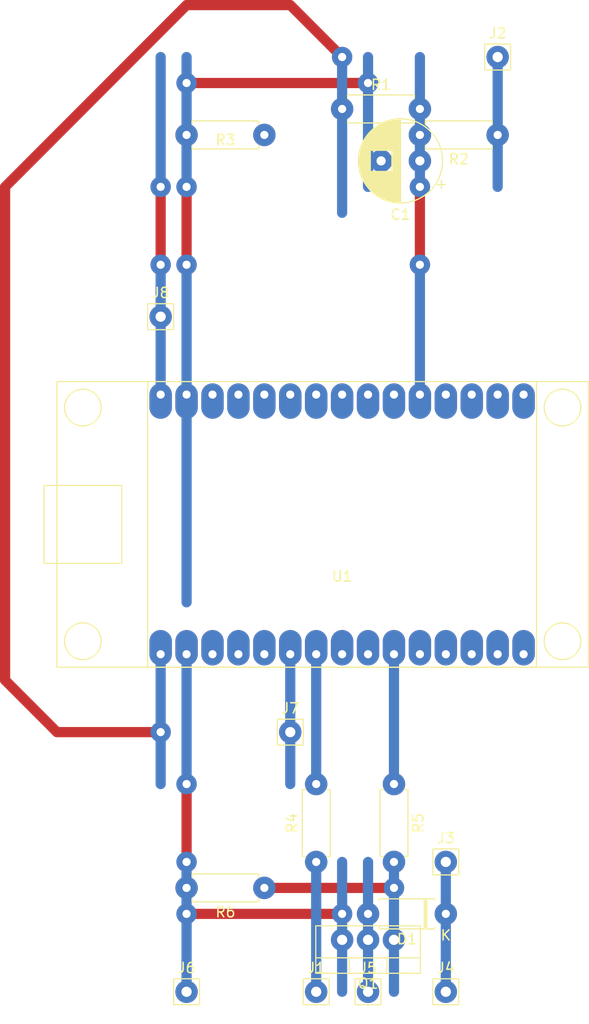
<source format=kicad_pcb>
(kicad_pcb (version 20171130) (host pcbnew "(5.1.6)-1")

  (general
    (thickness 1.6)
    (drawings 0)
    (tracks 66)
    (zones 0)
    (modules 18)
    (nets 35)
  )

  (page A4)
  (layers
    (0 F.Cu signal)
    (31 B.Cu signal)
    (32 B.Adhes user)
    (33 F.Adhes user)
    (34 B.Paste user)
    (35 F.Paste user)
    (36 B.SilkS user)
    (37 F.SilkS user)
    (38 B.Mask user)
    (39 F.Mask user)
    (40 Dwgs.User user)
    (41 Cmts.User user)
    (42 Eco1.User user)
    (43 Eco2.User user)
    (44 Edge.Cuts user)
    (45 Margin user)
    (46 B.CrtYd user)
    (47 F.CrtYd user)
    (48 B.Fab user)
    (49 F.Fab user)
  )

  (setup
    (last_trace_width 1)
    (user_trace_width 1)
    (user_trace_width 1.5)
    (user_trace_width 1.8)
    (user_trace_width 2)
    (user_trace_width 2.2)
    (user_trace_width 3)
    (trace_clearance 0.2)
    (zone_clearance 0.508)
    (zone_45_only no)
    (trace_min 0.2)
    (via_size 0.8)
    (via_drill 0.4)
    (via_min_size 0.4)
    (via_min_drill 0.3)
    (user_via 2 0.8)
    (uvia_size 0.3)
    (uvia_drill 0.1)
    (uvias_allowed no)
    (uvia_min_size 0.2)
    (uvia_min_drill 0.1)
    (edge_width 0.05)
    (segment_width 0.2)
    (pcb_text_width 0.3)
    (pcb_text_size 1.5 1.5)
    (mod_edge_width 0.12)
    (mod_text_size 1 1)
    (mod_text_width 0.15)
    (pad_size 1.524 1.524)
    (pad_drill 0.762)
    (pad_to_mask_clearance 0.05)
    (aux_axis_origin 0 0)
    (visible_elements FFFFFF7F)
    (pcbplotparams
      (layerselection 0x010fc_ffffffff)
      (usegerberextensions false)
      (usegerberattributes true)
      (usegerberadvancedattributes true)
      (creategerberjobfile true)
      (excludeedgelayer true)
      (linewidth 0.100000)
      (plotframeref false)
      (viasonmask false)
      (mode 1)
      (useauxorigin false)
      (hpglpennumber 1)
      (hpglpenspeed 20)
      (hpglpendiameter 15.000000)
      (psnegative false)
      (psa4output false)
      (plotreference true)
      (plotvalue true)
      (plotinvisibletext false)
      (padsonsilk false)
      (subtractmaskfromsilk false)
      (outputformat 1)
      (mirror false)
      (drillshape 1)
      (scaleselection 1)
      (outputdirectory ""))
  )

  (net 0 "")
  (net 1 SENSOR_LOW)
  (net 2 GND)
  (net 3 PUMP+)
  (net 4 PUMP-)
  (net 5 DRIVE_ROD)
  (net 6 ROD_LOW)
  (net 7 WS2812B)
  (net 8 +5V)
  (net 9 "Net-(Q1-Pad1)")
  (net 10 +3V3)
  (net 11 S_DRIVE)
  (net 12 PUMP)
  (net 13 "Net-(U1-Pad3)")
  (net 14 "Net-(U1-Pad4)")
  (net 15 "Net-(U1-Pad5)")
  (net 16 "Net-(U1-Pad6)")
  (net 17 "Net-(U1-Pad7)")
  (net 18 "Net-(U1-Pad8)")
  (net 19 SENSOR_HIGH)
  (net 20 "Net-(U1-Pad10)")
  (net 21 "Net-(U1-Pad12)")
  (net 22 "Net-(U1-Pad13)")
  (net 23 "Net-(U1-Pad14)")
  (net 24 "Net-(U1-Pad15)")
  (net 25 "Net-(U1-Pad16)")
  (net 26 "Net-(U1-Pad17)")
  (net 27 "Net-(U1-Pad18)")
  (net 28 "Net-(U1-Pad19)")
  (net 29 "Net-(U1-Pad20)")
  (net 30 "Net-(U1-Pad22)")
  (net 31 "Net-(U1-Pad23)")
  (net 32 "Net-(U1-Pad26)")
  (net 33 "Net-(U1-Pad27)")
  (net 34 "Net-(U1-Pad28)")

  (net_class Default "This is the default net class."
    (clearance 0.2)
    (trace_width 0.25)
    (via_dia 0.8)
    (via_drill 0.4)
    (uvia_dia 0.3)
    (uvia_drill 0.1)
    (add_net +3V3)
    (add_net +5V)
    (add_net DRIVE_ROD)
    (add_net GND)
    (add_net "Net-(Q1-Pad1)")
    (add_net "Net-(U1-Pad10)")
    (add_net "Net-(U1-Pad12)")
    (add_net "Net-(U1-Pad13)")
    (add_net "Net-(U1-Pad14)")
    (add_net "Net-(U1-Pad15)")
    (add_net "Net-(U1-Pad16)")
    (add_net "Net-(U1-Pad17)")
    (add_net "Net-(U1-Pad18)")
    (add_net "Net-(U1-Pad19)")
    (add_net "Net-(U1-Pad20)")
    (add_net "Net-(U1-Pad22)")
    (add_net "Net-(U1-Pad23)")
    (add_net "Net-(U1-Pad26)")
    (add_net "Net-(U1-Pad27)")
    (add_net "Net-(U1-Pad28)")
    (add_net "Net-(U1-Pad3)")
    (add_net "Net-(U1-Pad4)")
    (add_net "Net-(U1-Pad5)")
    (add_net "Net-(U1-Pad6)")
    (add_net "Net-(U1-Pad7)")
    (add_net "Net-(U1-Pad8)")
    (add_net PUMP)
    (add_net PUMP+)
    (add_net PUMP-)
    (add_net ROD_LOW)
    (add_net SENSOR_HIGH)
    (add_net SENSOR_LOW)
    (add_net S_DRIVE)
    (add_net WS2812B)
  )

  (module 0_my_footprints:CP_my100uf (layer F.Cu) (tedit 63C2E1F1) (tstamp 6934166C)
    (at 88.9 20.32 180)
    (descr "CP, Radial series, Radial, pin pitch=3.80mm, , diameter=8mm, Electrolytic Capacitor")
    (tags "CP Radial series Radial pin pitch 3.80mm  diameter 8mm Electrolytic Capacitor")
    (path /694827BA)
    (fp_text reference C1 (at 1.9 -5.25) (layer F.SilkS)
      (effects (font (size 1 1) (thickness 0.15)))
    )
    (fp_text value 1uf (at 1.9 5.25) (layer F.Fab)
      (effects (font (size 1 1) (thickness 0.15)))
    )
    (fp_circle (center 1.9 0) (end 5.9 0) (layer F.Fab) (width 0.1))
    (fp_circle (center 1.9 0) (end 6.02 0) (layer F.SilkS) (width 0.12))
    (fp_circle (center 1.9 0) (end 6.15 0) (layer F.CrtYd) (width 0.05))
    (fp_line (start -1.526759 -1.7475) (end -0.726759 -1.7475) (layer F.Fab) (width 0.1))
    (fp_line (start -1.126759 -2.1475) (end -1.126759 -1.3475) (layer F.Fab) (width 0.1))
    (fp_line (start 1.9 -4.08) (end 1.9 4.08) (layer F.SilkS) (width 0.12))
    (fp_line (start 1.94 -4.08) (end 1.94 4.08) (layer F.SilkS) (width 0.12))
    (fp_line (start 1.98 -4.08) (end 1.98 4.08) (layer F.SilkS) (width 0.12))
    (fp_line (start 2.02 -4.079) (end 2.02 4.079) (layer F.SilkS) (width 0.12))
    (fp_line (start 2.06 -4.077) (end 2.06 4.077) (layer F.SilkS) (width 0.12))
    (fp_line (start 2.1 -4.076) (end 2.1 4.076) (layer F.SilkS) (width 0.12))
    (fp_line (start 2.14 -4.074) (end 2.14 4.074) (layer F.SilkS) (width 0.12))
    (fp_line (start 2.18 -4.071) (end 2.18 4.071) (layer F.SilkS) (width 0.12))
    (fp_line (start 2.22 -4.068) (end 2.22 4.068) (layer F.SilkS) (width 0.12))
    (fp_line (start 2.26 -4.065) (end 2.26 4.065) (layer F.SilkS) (width 0.12))
    (fp_line (start 2.3 -4.061) (end 2.3 4.061) (layer F.SilkS) (width 0.12))
    (fp_line (start 2.34 -4.057) (end 2.34 4.057) (layer F.SilkS) (width 0.12))
    (fp_line (start 2.38 -4.052) (end 2.38 4.052) (layer F.SilkS) (width 0.12))
    (fp_line (start 2.42 -4.048) (end 2.42 4.048) (layer F.SilkS) (width 0.12))
    (fp_line (start 2.46 -4.042) (end 2.46 4.042) (layer F.SilkS) (width 0.12))
    (fp_line (start 2.5 -4.037) (end 2.5 4.037) (layer F.SilkS) (width 0.12))
    (fp_line (start 2.54 -4.03) (end 2.54 4.03) (layer F.SilkS) (width 0.12))
    (fp_line (start 2.58 -4.024) (end 2.58 4.024) (layer F.SilkS) (width 0.12))
    (fp_line (start 2.621 -4.017) (end 2.621 4.017) (layer F.SilkS) (width 0.12))
    (fp_line (start 2.661 -4.01) (end 2.661 4.01) (layer F.SilkS) (width 0.12))
    (fp_line (start 2.701 -4.002) (end 2.701 4.002) (layer F.SilkS) (width 0.12))
    (fp_line (start 2.741 -3.994) (end 2.741 3.994) (layer F.SilkS) (width 0.12))
    (fp_line (start 2.781 -3.985) (end 2.781 -1.04) (layer F.SilkS) (width 0.12))
    (fp_line (start 2.781 1.04) (end 2.781 3.985) (layer F.SilkS) (width 0.12))
    (fp_line (start 2.821 -3.976) (end 2.821 -1.04) (layer F.SilkS) (width 0.12))
    (fp_line (start 2.821 1.04) (end 2.821 3.976) (layer F.SilkS) (width 0.12))
    (fp_line (start 2.861 -3.967) (end 2.861 -1.04) (layer F.SilkS) (width 0.12))
    (fp_line (start 2.861 1.04) (end 2.861 3.967) (layer F.SilkS) (width 0.12))
    (fp_line (start 2.901 -3.957) (end 2.901 -1.04) (layer F.SilkS) (width 0.12))
    (fp_line (start 2.901 1.04) (end 2.901 3.957) (layer F.SilkS) (width 0.12))
    (fp_line (start 2.941 -3.947) (end 2.941 -1.04) (layer F.SilkS) (width 0.12))
    (fp_line (start 2.941 1.04) (end 2.941 3.947) (layer F.SilkS) (width 0.12))
    (fp_line (start 2.981 -3.936) (end 2.981 -1.04) (layer F.SilkS) (width 0.12))
    (fp_line (start 2.981 1.04) (end 2.981 3.936) (layer F.SilkS) (width 0.12))
    (fp_line (start 3.021 -3.925) (end 3.021 -1.04) (layer F.SilkS) (width 0.12))
    (fp_line (start 3.021 1.04) (end 3.021 3.925) (layer F.SilkS) (width 0.12))
    (fp_line (start 3.061 -3.914) (end 3.061 -1.04) (layer F.SilkS) (width 0.12))
    (fp_line (start 3.061 1.04) (end 3.061 3.914) (layer F.SilkS) (width 0.12))
    (fp_line (start 3.101 -3.902) (end 3.101 -1.04) (layer F.SilkS) (width 0.12))
    (fp_line (start 3.101 1.04) (end 3.101 3.902) (layer F.SilkS) (width 0.12))
    (fp_line (start 3.141 -3.889) (end 3.141 -1.04) (layer F.SilkS) (width 0.12))
    (fp_line (start 3.141 1.04) (end 3.141 3.889) (layer F.SilkS) (width 0.12))
    (fp_line (start 3.181 -3.877) (end 3.181 -1.04) (layer F.SilkS) (width 0.12))
    (fp_line (start 3.181 1.04) (end 3.181 3.877) (layer F.SilkS) (width 0.12))
    (fp_line (start 3.221 -3.863) (end 3.221 -1.04) (layer F.SilkS) (width 0.12))
    (fp_line (start 3.221 1.04) (end 3.221 3.863) (layer F.SilkS) (width 0.12))
    (fp_line (start 3.261 -3.85) (end 3.261 -1.04) (layer F.SilkS) (width 0.12))
    (fp_line (start 3.261 1.04) (end 3.261 3.85) (layer F.SilkS) (width 0.12))
    (fp_line (start 3.301 -3.835) (end 3.301 -1.04) (layer F.SilkS) (width 0.12))
    (fp_line (start 3.301 1.04) (end 3.301 3.835) (layer F.SilkS) (width 0.12))
    (fp_line (start 3.341 -3.821) (end 3.341 -1.04) (layer F.SilkS) (width 0.12))
    (fp_line (start 3.341 1.04) (end 3.341 3.821) (layer F.SilkS) (width 0.12))
    (fp_line (start 3.381 -3.805) (end 3.381 -1.04) (layer F.SilkS) (width 0.12))
    (fp_line (start 3.381 1.04) (end 3.381 3.805) (layer F.SilkS) (width 0.12))
    (fp_line (start 3.421 -3.79) (end 3.421 -1.04) (layer F.SilkS) (width 0.12))
    (fp_line (start 3.421 1.04) (end 3.421 3.79) (layer F.SilkS) (width 0.12))
    (fp_line (start 3.461 -3.774) (end 3.461 -1.04) (layer F.SilkS) (width 0.12))
    (fp_line (start 3.461 1.04) (end 3.461 3.774) (layer F.SilkS) (width 0.12))
    (fp_line (start 3.501 -3.757) (end 3.501 -1.04) (layer F.SilkS) (width 0.12))
    (fp_line (start 3.501 1.04) (end 3.501 3.757) (layer F.SilkS) (width 0.12))
    (fp_line (start 3.541 -3.74) (end 3.541 -1.04) (layer F.SilkS) (width 0.12))
    (fp_line (start 3.541 1.04) (end 3.541 3.74) (layer F.SilkS) (width 0.12))
    (fp_line (start 3.581 -3.722) (end 3.581 -1.04) (layer F.SilkS) (width 0.12))
    (fp_line (start 3.581 1.04) (end 3.581 3.722) (layer F.SilkS) (width 0.12))
    (fp_line (start 3.621 -3.704) (end 3.621 -1.04) (layer F.SilkS) (width 0.12))
    (fp_line (start 3.621 1.04) (end 3.621 3.704) (layer F.SilkS) (width 0.12))
    (fp_line (start 3.661 -3.686) (end 3.661 -1.04) (layer F.SilkS) (width 0.12))
    (fp_line (start 3.661 1.04) (end 3.661 3.686) (layer F.SilkS) (width 0.12))
    (fp_line (start 3.701 -3.666) (end 3.701 -1.04) (layer F.SilkS) (width 0.12))
    (fp_line (start 3.701 1.04) (end 3.701 3.666) (layer F.SilkS) (width 0.12))
    (fp_line (start 3.741 -3.647) (end 3.741 -1.04) (layer F.SilkS) (width 0.12))
    (fp_line (start 3.741 1.04) (end 3.741 3.647) (layer F.SilkS) (width 0.12))
    (fp_line (start 3.781 -3.627) (end 3.781 -1.04) (layer F.SilkS) (width 0.12))
    (fp_line (start 3.781 1.04) (end 3.781 3.627) (layer F.SilkS) (width 0.12))
    (fp_line (start 3.821 -3.606) (end 3.821 -1.04) (layer F.SilkS) (width 0.12))
    (fp_line (start 3.821 1.04) (end 3.821 3.606) (layer F.SilkS) (width 0.12))
    (fp_line (start 3.861 -3.584) (end 3.861 -1.04) (layer F.SilkS) (width 0.12))
    (fp_line (start 3.861 1.04) (end 3.861 3.584) (layer F.SilkS) (width 0.12))
    (fp_line (start 3.901 -3.562) (end 3.901 -1.04) (layer F.SilkS) (width 0.12))
    (fp_line (start 3.901 1.04) (end 3.901 3.562) (layer F.SilkS) (width 0.12))
    (fp_line (start 3.941 -3.54) (end 3.941 -1.04) (layer F.SilkS) (width 0.12))
    (fp_line (start 3.941 1.04) (end 3.941 3.54) (layer F.SilkS) (width 0.12))
    (fp_line (start 3.981 -3.517) (end 3.981 -1.04) (layer F.SilkS) (width 0.12))
    (fp_line (start 3.981 1.04) (end 3.981 3.517) (layer F.SilkS) (width 0.12))
    (fp_line (start 4.021 -3.493) (end 4.021 -1.04) (layer F.SilkS) (width 0.12))
    (fp_line (start 4.021 1.04) (end 4.021 3.493) (layer F.SilkS) (width 0.12))
    (fp_line (start 4.061 -3.469) (end 4.061 -1.04) (layer F.SilkS) (width 0.12))
    (fp_line (start 4.061 1.04) (end 4.061 3.469) (layer F.SilkS) (width 0.12))
    (fp_line (start 4.101 -3.444) (end 4.101 -1.04) (layer F.SilkS) (width 0.12))
    (fp_line (start 4.101 1.04) (end 4.101 3.444) (layer F.SilkS) (width 0.12))
    (fp_line (start 4.141 -3.418) (end 4.141 -1.04) (layer F.SilkS) (width 0.12))
    (fp_line (start 4.141 1.04) (end 4.141 3.418) (layer F.SilkS) (width 0.12))
    (fp_line (start 4.181 -3.392) (end 4.181 -1.04) (layer F.SilkS) (width 0.12))
    (fp_line (start 4.181 1.04) (end 4.181 3.392) (layer F.SilkS) (width 0.12))
    (fp_line (start 4.221 -3.365) (end 4.221 -1.04) (layer F.SilkS) (width 0.12))
    (fp_line (start 4.221 1.04) (end 4.221 3.365) (layer F.SilkS) (width 0.12))
    (fp_line (start 4.261 -3.338) (end 4.261 -1.04) (layer F.SilkS) (width 0.12))
    (fp_line (start 4.261 1.04) (end 4.261 3.338) (layer F.SilkS) (width 0.12))
    (fp_line (start 4.301 -3.309) (end 4.301 -1.04) (layer F.SilkS) (width 0.12))
    (fp_line (start 4.301 1.04) (end 4.301 3.309) (layer F.SilkS) (width 0.12))
    (fp_line (start 4.341 -3.28) (end 4.341 -1.04) (layer F.SilkS) (width 0.12))
    (fp_line (start 4.341 1.04) (end 4.341 3.28) (layer F.SilkS) (width 0.12))
    (fp_line (start 4.381 -3.25) (end 4.381 -1.04) (layer F.SilkS) (width 0.12))
    (fp_line (start 4.381 1.04) (end 4.381 3.25) (layer F.SilkS) (width 0.12))
    (fp_line (start 4.421 -3.22) (end 4.421 -1.04) (layer F.SilkS) (width 0.12))
    (fp_line (start 4.421 1.04) (end 4.421 3.22) (layer F.SilkS) (width 0.12))
    (fp_line (start 4.461 -3.189) (end 4.461 -1.04) (layer F.SilkS) (width 0.12))
    (fp_line (start 4.461 1.04) (end 4.461 3.189) (layer F.SilkS) (width 0.12))
    (fp_line (start 4.501 -3.156) (end 4.501 -1.04) (layer F.SilkS) (width 0.12))
    (fp_line (start 4.501 1.04) (end 4.501 3.156) (layer F.SilkS) (width 0.12))
    (fp_line (start 4.541 -3.124) (end 4.541 -1.04) (layer F.SilkS) (width 0.12))
    (fp_line (start 4.541 1.04) (end 4.541 3.124) (layer F.SilkS) (width 0.12))
    (fp_line (start 4.581 -3.09) (end 4.581 -1.04) (layer F.SilkS) (width 0.12))
    (fp_line (start 4.581 1.04) (end 4.581 3.09) (layer F.SilkS) (width 0.12))
    (fp_line (start 4.621 -3.055) (end 4.621 -1.04) (layer F.SilkS) (width 0.12))
    (fp_line (start 4.621 1.04) (end 4.621 3.055) (layer F.SilkS) (width 0.12))
    (fp_line (start 4.661 -3.019) (end 4.661 -1.04) (layer F.SilkS) (width 0.12))
    (fp_line (start 4.661 1.04) (end 4.661 3.019) (layer F.SilkS) (width 0.12))
    (fp_line (start 4.701 -2.983) (end 4.701 -1.04) (layer F.SilkS) (width 0.12))
    (fp_line (start 4.701 1.04) (end 4.701 2.983) (layer F.SilkS) (width 0.12))
    (fp_line (start 4.741 -2.945) (end 4.741 -1.04) (layer F.SilkS) (width 0.12))
    (fp_line (start 4.741 1.04) (end 4.741 2.945) (layer F.SilkS) (width 0.12))
    (fp_line (start 4.781 -2.907) (end 4.781 -1.04) (layer F.SilkS) (width 0.12))
    (fp_line (start 4.781 1.04) (end 4.781 2.907) (layer F.SilkS) (width 0.12))
    (fp_line (start 4.821 -2.867) (end 4.821 -1.04) (layer F.SilkS) (width 0.12))
    (fp_line (start 4.821 1.04) (end 4.821 2.867) (layer F.SilkS) (width 0.12))
    (fp_line (start 4.861 -2.826) (end 4.861 2.826) (layer F.SilkS) (width 0.12))
    (fp_line (start 4.901 -2.784) (end 4.901 2.784) (layer F.SilkS) (width 0.12))
    (fp_line (start 4.941 -2.741) (end 4.941 2.741) (layer F.SilkS) (width 0.12))
    (fp_line (start 4.981 -2.697) (end 4.981 2.697) (layer F.SilkS) (width 0.12))
    (fp_line (start 5.021 -2.651) (end 5.021 2.651) (layer F.SilkS) (width 0.12))
    (fp_line (start 5.061 -2.604) (end 5.061 2.604) (layer F.SilkS) (width 0.12))
    (fp_line (start 5.101 -2.556) (end 5.101 2.556) (layer F.SilkS) (width 0.12))
    (fp_line (start 5.141 -2.505) (end 5.141 2.505) (layer F.SilkS) (width 0.12))
    (fp_line (start 5.181 -2.454) (end 5.181 2.454) (layer F.SilkS) (width 0.12))
    (fp_line (start 5.221 -2.4) (end 5.221 2.4) (layer F.SilkS) (width 0.12))
    (fp_line (start 5.261 -2.345) (end 5.261 2.345) (layer F.SilkS) (width 0.12))
    (fp_line (start 5.301 -2.287) (end 5.301 2.287) (layer F.SilkS) (width 0.12))
    (fp_line (start 5.341 -2.228) (end 5.341 2.228) (layer F.SilkS) (width 0.12))
    (fp_line (start 5.381 -2.166) (end 5.381 2.166) (layer F.SilkS) (width 0.12))
    (fp_line (start 5.421 -2.102) (end 5.421 2.102) (layer F.SilkS) (width 0.12))
    (fp_line (start 5.461 -2.034) (end 5.461 2.034) (layer F.SilkS) (width 0.12))
    (fp_line (start 5.501 -1.964) (end 5.501 1.964) (layer F.SilkS) (width 0.12))
    (fp_line (start 5.541 -1.89) (end 5.541 1.89) (layer F.SilkS) (width 0.12))
    (fp_line (start 5.581 -1.813) (end 5.581 1.813) (layer F.SilkS) (width 0.12))
    (fp_line (start 5.621 -1.731) (end 5.621 1.731) (layer F.SilkS) (width 0.12))
    (fp_line (start 5.661 -1.645) (end 5.661 1.645) (layer F.SilkS) (width 0.12))
    (fp_line (start 5.701 -1.552) (end 5.701 1.552) (layer F.SilkS) (width 0.12))
    (fp_line (start 5.741 -1.453) (end 5.741 1.453) (layer F.SilkS) (width 0.12))
    (fp_line (start 5.781 -1.346) (end 5.781 1.346) (layer F.SilkS) (width 0.12))
    (fp_line (start 5.821 -1.229) (end 5.821 1.229) (layer F.SilkS) (width 0.12))
    (fp_line (start 5.861 -1.098) (end 5.861 1.098) (layer F.SilkS) (width 0.12))
    (fp_line (start 5.901 -0.948) (end 5.901 0.948) (layer F.SilkS) (width 0.12))
    (fp_line (start 5.941 -0.768) (end 5.941 0.768) (layer F.SilkS) (width 0.12))
    (fp_line (start 5.981 -0.533) (end 5.981 0.533) (layer F.SilkS) (width 0.12))
    (fp_line (start -2.509698 -2.315) (end -1.709698 -2.315) (layer F.SilkS) (width 0.12))
    (fp_line (start -2.109698 -2.715) (end -2.109698 -1.915) (layer F.SilkS) (width 0.12))
    (fp_text user %R (at 1.9 0) (layer F.Fab)
      (effects (font (size 1 1) (thickness 0.15)))
    )
    (pad 1 thru_hole circle (at 0 0 180) (size 2.2 2.2) (drill 0.9) (layers *.Cu *.Mask)
      (net 1 SENSOR_LOW))
    (pad 2 thru_hole circle (at 3.8 0 180) (size 2.2 2.2) (drill 0.9) (layers *.Cu *.Mask)
      (net 2 GND))
    (model ${KISYS3DMOD}/Capacitor_THT.3dshapes/CP_Radial_D8.0mm_P3.80mm.wrl
      (at (xyz 0 0 0))
      (scale (xyz 1 1 1))
      (rotate (xyz 0 0 0))
    )
  )

  (module 0_my_footprints:myDiodeSchotsky (layer F.Cu) (tedit 67151099) (tstamp 6934168B)
    (at 91.44 93.98 180)
    (descr "Diode, DO-41_SOD81 series, Axial, Horizontal, pin pitch=7.62mm, , length*diameter=5.2*2.7mm^2, , http://www.diodes.com/_files/packages/DO-41%20(Plastic).pdf")
    (tags "Diode DO-41_SOD81 series Axial Horizontal pin pitch 7.62mm  length 5.2mm diameter 2.7mm")
    (path /61BE277E)
    (fp_text reference D1 (at 3.81 -2.47) (layer F.SilkS)
      (effects (font (size 1 1) (thickness 0.15)))
    )
    (fp_text value 1N5818 (at 3.81 2.47) (layer F.Fab)
      (effects (font (size 1 1) (thickness 0.15)))
    )
    (fp_line (start 8.97 -1.6) (end -1.35 -1.6) (layer F.CrtYd) (width 0.05))
    (fp_line (start 8.97 1.6) (end 8.97 -1.6) (layer F.CrtYd) (width 0.05))
    (fp_line (start -1.35 1.6) (end 8.97 1.6) (layer F.CrtYd) (width 0.05))
    (fp_line (start -1.35 -1.6) (end -1.35 1.6) (layer F.CrtYd) (width 0.05))
    (fp_line (start 1.87 -1.47) (end 1.87 1.47) (layer F.SilkS) (width 0.12))
    (fp_line (start 2.11 -1.47) (end 2.11 1.47) (layer F.SilkS) (width 0.12))
    (fp_line (start 1.99 -1.47) (end 1.99 1.47) (layer F.SilkS) (width 0.12))
    (fp_line (start 6.53 1.47) (end 6.53 1.34) (layer F.SilkS) (width 0.12))
    (fp_line (start 1.09 1.47) (end 6.53 1.47) (layer F.SilkS) (width 0.12))
    (fp_line (start 1.09 1.34) (end 1.09 1.47) (layer F.SilkS) (width 0.12))
    (fp_line (start 6.53 -1.47) (end 6.53 -1.34) (layer F.SilkS) (width 0.12))
    (fp_line (start 1.09 -1.47) (end 6.53 -1.47) (layer F.SilkS) (width 0.12))
    (fp_line (start 1.09 -1.34) (end 1.09 -1.47) (layer F.SilkS) (width 0.12))
    (fp_line (start 1.89 -1.35) (end 1.89 1.35) (layer F.Fab) (width 0.1))
    (fp_line (start 2.09 -1.35) (end 2.09 1.35) (layer F.Fab) (width 0.1))
    (fp_line (start 1.99 -1.35) (end 1.99 1.35) (layer F.Fab) (width 0.1))
    (fp_line (start 7.62 0) (end 6.41 0) (layer F.Fab) (width 0.1))
    (fp_line (start 0 0) (end 1.21 0) (layer F.Fab) (width 0.1))
    (fp_line (start 6.41 -1.35) (end 1.21 -1.35) (layer F.Fab) (width 0.1))
    (fp_line (start 6.41 1.35) (end 6.41 -1.35) (layer F.Fab) (width 0.1))
    (fp_line (start 1.21 1.35) (end 6.41 1.35) (layer F.Fab) (width 0.1))
    (fp_line (start 1.21 -1.35) (end 1.21 1.35) (layer F.Fab) (width 0.1))
    (fp_text user %R (at 4.2 0) (layer F.Fab)
      (effects (font (size 1 1) (thickness 0.15)))
    )
    (fp_text user K (at 0 -2.1) (layer F.Fab)
      (effects (font (size 1 1) (thickness 0.15)))
    )
    (fp_text user K (at 0 -2.1) (layer F.SilkS)
      (effects (font (size 1 1) (thickness 0.15)))
    )
    (pad 1 thru_hole circle (at 0 0 180) (size 2.2 2.2) (drill 0.8) (layers *.Cu *.Mask)
      (net 3 PUMP+))
    (pad 2 thru_hole circle (at 7.62 0 180) (size 2.2 2.2) (drill 0.8) (layers *.Cu *.Mask)
      (net 4 PUMP-))
    (model ${KISYS3DMOD}/Diode_THT.3dshapes/D_DO-41_SOD81_P7.62mm_Horizontal.wrl
      (at (xyz 0 0 0))
      (scale (xyz 1 1 1))
      (rotate (xyz 0 0 0))
    )
  )

  (module 0_my_footprints:myPinHeader_1x01 (layer F.Cu) (tedit 64E3B59D) (tstamp 69341694)
    (at 78.74 101.6)
    (descr "Through hole straight pin header, 1x01, 2.54mm pitch, single row")
    (tags "Through hole pin header THT 1x01 2.54mm single row")
    (path /6939F4D2)
    (fp_text reference J1 (at 0 -2.33) (layer F.SilkS)
      (effects (font (size 1 1) (thickness 0.15)))
    )
    (fp_text value DRIVE_ROD (at 0 2.33) (layer F.Fab)
      (effects (font (size 1 1) (thickness 0.15)))
    )
    (fp_line (start -1.27 -1.27) (end 1.27 -1.27) (layer F.SilkS) (width 0.12))
    (fp_line (start 1.27 -1.27) (end 1.27 1.27) (layer F.SilkS) (width 0.12))
    (fp_line (start 1.27 1.27) (end -1.27 1.27) (layer F.SilkS) (width 0.12))
    (fp_line (start -1.27 1.27) (end -1.27 -1.27) (layer F.SilkS) (width 0.12))
    (pad 1 thru_hole circle (at 0 0) (size 2.2 2.2) (drill 1) (layers *.Cu *.Mask)
      (net 5 DRIVE_ROD))
    (model ${KISYS3DMOD}/Connector_PinHeader_2.54mm.3dshapes/PinHeader_1x01_P2.54mm_Vertical.wrl
      (at (xyz 0 0 0))
      (scale (xyz 1 1 1))
      (rotate (xyz 0 0 0))
    )
  )

  (module 0_my_footprints:myPinHeader_1x01 (layer F.Cu) (tedit 64E3B59D) (tstamp 6934169D)
    (at 96.52 10.16)
    (descr "Through hole straight pin header, 1x01, 2.54mm pitch, single row")
    (tags "Through hole pin header THT 1x01 2.54mm single row")
    (path /693A2866)
    (fp_text reference J2 (at 0 -2.33) (layer F.SilkS)
      (effects (font (size 1 1) (thickness 0.15)))
    )
    (fp_text value ROD_LOW (at 0 2.33) (layer F.Fab)
      (effects (font (size 1 1) (thickness 0.15)))
    )
    (fp_line (start -1.27 1.27) (end -1.27 -1.27) (layer F.SilkS) (width 0.12))
    (fp_line (start 1.27 1.27) (end -1.27 1.27) (layer F.SilkS) (width 0.12))
    (fp_line (start 1.27 -1.27) (end 1.27 1.27) (layer F.SilkS) (width 0.12))
    (fp_line (start -1.27 -1.27) (end 1.27 -1.27) (layer F.SilkS) (width 0.12))
    (pad 1 thru_hole circle (at 0 0) (size 2.2 2.2) (drill 1) (layers *.Cu *.Mask)
      (net 6 ROD_LOW))
    (model ${KISYS3DMOD}/Connector_PinHeader_2.54mm.3dshapes/PinHeader_1x01_P2.54mm_Vertical.wrl
      (at (xyz 0 0 0))
      (scale (xyz 1 1 1))
      (rotate (xyz 0 0 0))
    )
  )

  (module 0_my_footprints:myPinHeader_1x01 (layer F.Cu) (tedit 64E3B59D) (tstamp 693416A6)
    (at 91.44 88.9)
    (descr "Through hole straight pin header, 1x01, 2.54mm pitch, single row")
    (tags "Through hole pin header THT 1x01 2.54mm single row")
    (path /693A86F9)
    (fp_text reference J3 (at 0 -2.33) (layer F.SilkS)
      (effects (font (size 1 1) (thickness 0.15)))
    )
    (fp_text value 12V (at 0 2.33) (layer F.Fab)
      (effects (font (size 1 1) (thickness 0.15)))
    )
    (fp_line (start -1.27 -1.27) (end 1.27 -1.27) (layer F.SilkS) (width 0.12))
    (fp_line (start 1.27 -1.27) (end 1.27 1.27) (layer F.SilkS) (width 0.12))
    (fp_line (start 1.27 1.27) (end -1.27 1.27) (layer F.SilkS) (width 0.12))
    (fp_line (start -1.27 1.27) (end -1.27 -1.27) (layer F.SilkS) (width 0.12))
    (pad 1 thru_hole circle (at 0 0) (size 2.2 2.2) (drill 1) (layers *.Cu *.Mask)
      (net 3 PUMP+))
    (model ${KISYS3DMOD}/Connector_PinHeader_2.54mm.3dshapes/PinHeader_1x01_P2.54mm_Vertical.wrl
      (at (xyz 0 0 0))
      (scale (xyz 1 1 1))
      (rotate (xyz 0 0 0))
    )
  )

  (module 0_my_footprints:myPinHeader_1x01 (layer F.Cu) (tedit 64E3B59D) (tstamp 693416AF)
    (at 91.44 101.6)
    (descr "Through hole straight pin header, 1x01, 2.54mm pitch, single row")
    (tags "Through hole pin header THT 1x01 2.54mm single row")
    (path /693A77A2)
    (fp_text reference J4 (at 0 -2.33) (layer F.SilkS)
      (effects (font (size 1 1) (thickness 0.15)))
    )
    (fp_text value PUMP+ (at 0 2.33) (layer F.Fab)
      (effects (font (size 1 1) (thickness 0.15)))
    )
    (fp_line (start -1.27 -1.27) (end 1.27 -1.27) (layer F.SilkS) (width 0.12))
    (fp_line (start 1.27 -1.27) (end 1.27 1.27) (layer F.SilkS) (width 0.12))
    (fp_line (start 1.27 1.27) (end -1.27 1.27) (layer F.SilkS) (width 0.12))
    (fp_line (start -1.27 1.27) (end -1.27 -1.27) (layer F.SilkS) (width 0.12))
    (pad 1 thru_hole circle (at 0 0) (size 2.2 2.2) (drill 1) (layers *.Cu *.Mask)
      (net 3 PUMP+))
    (model ${KISYS3DMOD}/Connector_PinHeader_2.54mm.3dshapes/PinHeader_1x01_P2.54mm_Vertical.wrl
      (at (xyz 0 0 0))
      (scale (xyz 1 1 1))
      (rotate (xyz 0 0 0))
    )
  )

  (module 0_my_footprints:myPinHeader_1x01 (layer F.Cu) (tedit 64E3B59D) (tstamp 693416B8)
    (at 83.82 101.6)
    (descr "Through hole straight pin header, 1x01, 2.54mm pitch, single row")
    (tags "Through hole pin header THT 1x01 2.54mm single row")
    (path /693A77A8)
    (fp_text reference J5 (at 0 -2.33) (layer F.SilkS)
      (effects (font (size 1 1) (thickness 0.15)))
    )
    (fp_text value PUMP- (at 0 2.33) (layer F.Fab)
      (effects (font (size 1 1) (thickness 0.15)))
    )
    (fp_line (start -1.27 1.27) (end -1.27 -1.27) (layer F.SilkS) (width 0.12))
    (fp_line (start 1.27 1.27) (end -1.27 1.27) (layer F.SilkS) (width 0.12))
    (fp_line (start 1.27 -1.27) (end 1.27 1.27) (layer F.SilkS) (width 0.12))
    (fp_line (start -1.27 -1.27) (end 1.27 -1.27) (layer F.SilkS) (width 0.12))
    (pad 1 thru_hole circle (at 0 0) (size 2.2 2.2) (drill 1) (layers *.Cu *.Mask)
      (net 4 PUMP-))
    (model ${KISYS3DMOD}/Connector_PinHeader_2.54mm.3dshapes/PinHeader_1x01_P2.54mm_Vertical.wrl
      (at (xyz 0 0 0))
      (scale (xyz 1 1 1))
      (rotate (xyz 0 0 0))
    )
  )

  (module 0_my_footprints:myPinHeader_1x01 (layer F.Cu) (tedit 64E3B59D) (tstamp 693416C1)
    (at 66.04 101.6)
    (descr "Through hole straight pin header, 1x01, 2.54mm pitch, single row")
    (tags "Through hole pin header THT 1x01 2.54mm single row")
    (path /693AA561)
    (fp_text reference J6 (at 0 -2.33) (layer F.SilkS)
      (effects (font (size 1 1) (thickness 0.15)))
    )
    (fp_text value GND (at 0 2.33) (layer F.Fab)
      (effects (font (size 1 1) (thickness 0.15)))
    )
    (fp_line (start -1.27 1.27) (end -1.27 -1.27) (layer F.SilkS) (width 0.12))
    (fp_line (start 1.27 1.27) (end -1.27 1.27) (layer F.SilkS) (width 0.12))
    (fp_line (start 1.27 -1.27) (end 1.27 1.27) (layer F.SilkS) (width 0.12))
    (fp_line (start -1.27 -1.27) (end 1.27 -1.27) (layer F.SilkS) (width 0.12))
    (pad 1 thru_hole circle (at 0 0) (size 2.2 2.2) (drill 1) (layers *.Cu *.Mask)
      (net 2 GND))
    (model ${KISYS3DMOD}/Connector_PinHeader_2.54mm.3dshapes/PinHeader_1x01_P2.54mm_Vertical.wrl
      (at (xyz 0 0 0))
      (scale (xyz 1 1 1))
      (rotate (xyz 0 0 0))
    )
  )

  (module 0_my_footprints:myPinHeader_1x01 (layer F.Cu) (tedit 64E3B59D) (tstamp 693416CA)
    (at 76.2 76.2)
    (descr "Through hole straight pin header, 1x01, 2.54mm pitch, single row")
    (tags "Through hole pin header THT 1x01 2.54mm single row")
    (path /693AA555)
    (fp_text reference J7 (at 0 -2.33) (layer F.SilkS)
      (effects (font (size 1 1) (thickness 0.15)))
    )
    (fp_text value WS28128B (at 0 2.33) (layer F.Fab)
      (effects (font (size 1 1) (thickness 0.15)))
    )
    (fp_line (start -1.27 1.27) (end -1.27 -1.27) (layer F.SilkS) (width 0.12))
    (fp_line (start 1.27 1.27) (end -1.27 1.27) (layer F.SilkS) (width 0.12))
    (fp_line (start 1.27 -1.27) (end 1.27 1.27) (layer F.SilkS) (width 0.12))
    (fp_line (start -1.27 -1.27) (end 1.27 -1.27) (layer F.SilkS) (width 0.12))
    (pad 1 thru_hole circle (at 0 0) (size 2.2 2.2) (drill 1) (layers *.Cu *.Mask)
      (net 7 WS2812B))
    (model ${KISYS3DMOD}/Connector_PinHeader_2.54mm.3dshapes/PinHeader_1x01_P2.54mm_Vertical.wrl
      (at (xyz 0 0 0))
      (scale (xyz 1 1 1))
      (rotate (xyz 0 0 0))
    )
  )

  (module 0_my_footprints:myPinHeader_1x01 (layer F.Cu) (tedit 64E3B59D) (tstamp 693416D3)
    (at 63.5 35.56)
    (descr "Through hole straight pin header, 1x01, 2.54mm pitch, single row")
    (tags "Through hole pin header THT 1x01 2.54mm single row")
    (path /693AA55B)
    (fp_text reference J8 (at 0 -2.33) (layer F.SilkS)
      (effects (font (size 1 1) (thickness 0.15)))
    )
    (fp_text value 5V (at 0 2.33) (layer F.Fab)
      (effects (font (size 1 1) (thickness 0.15)))
    )
    (fp_line (start -1.27 -1.27) (end 1.27 -1.27) (layer F.SilkS) (width 0.12))
    (fp_line (start 1.27 -1.27) (end 1.27 1.27) (layer F.SilkS) (width 0.12))
    (fp_line (start 1.27 1.27) (end -1.27 1.27) (layer F.SilkS) (width 0.12))
    (fp_line (start -1.27 1.27) (end -1.27 -1.27) (layer F.SilkS) (width 0.12))
    (pad 1 thru_hole circle (at 0 0) (size 2.2 2.2) (drill 1) (layers *.Cu *.Mask)
      (net 8 +5V))
    (model ${KISYS3DMOD}/Connector_PinHeader_2.54mm.3dshapes/PinHeader_1x01_P2.54mm_Vertical.wrl
      (at (xyz 0 0 0))
      (scale (xyz 1 1 1))
      (rotate (xyz 0 0 0))
    )
  )

  (module 0_my_footprints:myThreeLegged (layer F.Cu) (tedit 6491F13A) (tstamp 693416ED)
    (at 86.36 96.52 180)
    (descr "TO-220-3, Vertical, RM 2.54mm, see https://www.vishay.com/docs/66542/to-220-1.pdf")
    (tags "TO-220-3 Vertical RM 2.54mm")
    (path /61C50415)
    (fp_text reference Q1 (at 2.54 -4.27) (layer F.SilkS)
      (effects (font (size 1 1) (thickness 0.15)))
    )
    (fp_text value IRF520N (at 2.54 2.5) (layer F.Fab)
      (effects (font (size 1 1) (thickness 0.15)))
    )
    (fp_line (start 7.79 -3.4) (end -2.71 -3.4) (layer F.CrtYd) (width 0.05))
    (fp_line (start 7.79 1.51) (end 7.79 -3.4) (layer F.CrtYd) (width 0.05))
    (fp_line (start -2.71 1.51) (end 7.79 1.51) (layer F.CrtYd) (width 0.05))
    (fp_line (start -2.71 -3.4) (end -2.71 1.51) (layer F.CrtYd) (width 0.05))
    (fp_line (start 4.391 -3.27) (end 4.391 -1.76) (layer F.SilkS) (width 0.12))
    (fp_line (start 0.69 -3.27) (end 0.69 -1.76) (layer F.SilkS) (width 0.12))
    (fp_line (start -2.58 -1.76) (end 7.66 -1.76) (layer F.SilkS) (width 0.12))
    (fp_line (start 7.66 -3.27) (end 7.66 1.371) (layer F.SilkS) (width 0.12))
    (fp_line (start -2.58 -3.27) (end -2.58 1.371) (layer F.SilkS) (width 0.12))
    (fp_line (start -2.58 1.371) (end 7.66 1.371) (layer F.SilkS) (width 0.12))
    (fp_line (start -2.58 -3.27) (end 7.66 -3.27) (layer F.SilkS) (width 0.12))
    (fp_line (start 4.39 -3.15) (end 4.39 -1.88) (layer F.Fab) (width 0.1))
    (fp_line (start 0.69 -3.15) (end 0.69 -1.88) (layer F.Fab) (width 0.1))
    (fp_line (start -2.46 -1.88) (end 7.54 -1.88) (layer F.Fab) (width 0.1))
    (fp_line (start 7.54 -3.15) (end -2.46 -3.15) (layer F.Fab) (width 0.1))
    (fp_line (start 7.54 1.25) (end 7.54 -3.15) (layer F.Fab) (width 0.1))
    (fp_line (start -2.46 1.25) (end 7.54 1.25) (layer F.Fab) (width 0.1))
    (fp_line (start -2.46 -3.15) (end -2.46 1.25) (layer F.Fab) (width 0.1))
    (fp_text user %R (at 2.54 -4.27) (layer F.Fab)
      (effects (font (size 1 1) (thickness 0.15)))
    )
    (pad 1 thru_hole circle (at 0 0 180) (size 2.2 2.2) (drill 1) (layers *.Cu *.Mask)
      (net 9 "Net-(Q1-Pad1)"))
    (pad 2 thru_hole circle (at 2.54 0 180) (size 2.2 2.2) (drill 1) (layers *.Cu *.Mask)
      (net 4 PUMP-))
    (pad 3 thru_hole circle (at 5.08 0 180) (size 2.2 2.2) (drill 1) (layers *.Cu *.Mask)
      (net 2 GND))
    (model ${KISYS3DMOD}/Package_TO_SOT_THT.3dshapes/TO-220-3_Vertical.wrl
      (at (xyz 0 0 0))
      (scale (xyz 1 1 1))
      (rotate (xyz 0 0 0))
    )
  )

  (module 0_my_footprints:myResistor (layer F.Cu) (tedit 663A7FBA) (tstamp 69341704)
    (at 81.28 15.24)
    (descr "Resistor, Axial_DIN0207 series, Axial, Horizontal, pin pitch=7.62mm, 0.25W = 1/4W, length*diameter=6.3*2.5mm^2, http://cdn-reichelt.de/documents/datenblatt/B400/1_4W%23YAG.pdf")
    (tags "Resistor Axial_DIN0207 series Axial Horizontal pin pitch 7.62mm 0.25W = 1/4W length 6.3mm diameter 2.5mm")
    (path /694827C6)
    (fp_text reference R1 (at 3.81 -2.37) (layer F.SilkS)
      (effects (font (size 1 1) (thickness 0.15)))
    )
    (fp_text value 1M (at 3.81 2.37) (layer F.Fab)
      (effects (font (size 1 1) (thickness 0.15)))
    )
    (fp_line (start 0.66 -1.25) (end 0.66 1.25) (layer F.Fab) (width 0.1))
    (fp_line (start 0.66 1.25) (end 6.96 1.25) (layer F.Fab) (width 0.1))
    (fp_line (start 6.96 1.25) (end 6.96 -1.25) (layer F.Fab) (width 0.1))
    (fp_line (start 6.96 -1.25) (end 0.66 -1.25) (layer F.Fab) (width 0.1))
    (fp_line (start 0 0) (end 0.66 0) (layer F.Fab) (width 0.1))
    (fp_line (start 7.62 0) (end 6.96 0) (layer F.Fab) (width 0.1))
    (fp_line (start 0.54 -1.04) (end 0.54 -1.37) (layer F.SilkS) (width 0.12))
    (fp_line (start 0.54 -1.37) (end 7.08 -1.37) (layer F.SilkS) (width 0.12))
    (fp_line (start 7.08 -1.37) (end 7.08 -1.04) (layer F.SilkS) (width 0.12))
    (fp_line (start 0.54 1.04) (end 0.54 1.37) (layer F.SilkS) (width 0.12))
    (fp_line (start 0.54 1.37) (end 7.08 1.37) (layer F.SilkS) (width 0.12))
    (fp_line (start 7.08 1.37) (end 7.08 1.04) (layer F.SilkS) (width 0.12))
    (fp_line (start -1.05 -1.5) (end -1.05 1.5) (layer F.CrtYd) (width 0.05))
    (fp_line (start -1.05 1.5) (end 8.67 1.5) (layer F.CrtYd) (width 0.05))
    (fp_line (start 8.67 1.5) (end 8.67 -1.5) (layer F.CrtYd) (width 0.05))
    (fp_line (start 8.67 -1.5) (end -1.05 -1.5) (layer F.CrtYd) (width 0.05))
    (fp_text user %R (at 3.81 0) (layer F.Fab)
      (effects (font (size 1 1) (thickness 0.15)))
    )
    (pad 1 thru_hole circle (at 0 0) (size 2.2 2.2) (drill 0.8) (layers *.Cu *.Mask)
      (net 10 +3V3))
    (pad 2 thru_hole circle (at 7.62 0) (size 2.2 2.2) (drill 0.8) (layers *.Cu *.Mask)
      (net 1 SENSOR_LOW))
    (model ${KISYS3DMOD}/Resistor_THT.3dshapes/R_Axial_DIN0207_L6.3mm_D2.5mm_P7.62mm_Horizontal.wrl
      (at (xyz 0 0 0))
      (scale (xyz 1 1 1))
      (rotate (xyz 0 0 0))
    )
  )

  (module 0_my_footprints:myResistor (layer F.Cu) (tedit 663A7FBA) (tstamp 6934171B)
    (at 96.52 17.78 180)
    (descr "Resistor, Axial_DIN0207 series, Axial, Horizontal, pin pitch=7.62mm, 0.25W = 1/4W, length*diameter=6.3*2.5mm^2, http://cdn-reichelt.de/documents/datenblatt/B400/1_4W%23YAG.pdf")
    (tags "Resistor Axial_DIN0207 series Axial Horizontal pin pitch 7.62mm 0.25W = 1/4W length 6.3mm diameter 2.5mm")
    (path /694827CC)
    (fp_text reference R2 (at 3.81 -2.37) (layer F.SilkS)
      (effects (font (size 1 1) (thickness 0.15)))
    )
    (fp_text value 220 (at 3.81 2.37) (layer F.Fab)
      (effects (font (size 1 1) (thickness 0.15)))
    )
    (fp_text user %R (at 3.81 0) (layer F.Fab)
      (effects (font (size 1 1) (thickness 0.15)))
    )
    (fp_line (start 8.67 -1.5) (end -1.05 -1.5) (layer F.CrtYd) (width 0.05))
    (fp_line (start 8.67 1.5) (end 8.67 -1.5) (layer F.CrtYd) (width 0.05))
    (fp_line (start -1.05 1.5) (end 8.67 1.5) (layer F.CrtYd) (width 0.05))
    (fp_line (start -1.05 -1.5) (end -1.05 1.5) (layer F.CrtYd) (width 0.05))
    (fp_line (start 7.08 1.37) (end 7.08 1.04) (layer F.SilkS) (width 0.12))
    (fp_line (start 0.54 1.37) (end 7.08 1.37) (layer F.SilkS) (width 0.12))
    (fp_line (start 0.54 1.04) (end 0.54 1.37) (layer F.SilkS) (width 0.12))
    (fp_line (start 7.08 -1.37) (end 7.08 -1.04) (layer F.SilkS) (width 0.12))
    (fp_line (start 0.54 -1.37) (end 7.08 -1.37) (layer F.SilkS) (width 0.12))
    (fp_line (start 0.54 -1.04) (end 0.54 -1.37) (layer F.SilkS) (width 0.12))
    (fp_line (start 7.62 0) (end 6.96 0) (layer F.Fab) (width 0.1))
    (fp_line (start 0 0) (end 0.66 0) (layer F.Fab) (width 0.1))
    (fp_line (start 6.96 -1.25) (end 0.66 -1.25) (layer F.Fab) (width 0.1))
    (fp_line (start 6.96 1.25) (end 6.96 -1.25) (layer F.Fab) (width 0.1))
    (fp_line (start 0.66 1.25) (end 6.96 1.25) (layer F.Fab) (width 0.1))
    (fp_line (start 0.66 -1.25) (end 0.66 1.25) (layer F.Fab) (width 0.1))
    (pad 2 thru_hole circle (at 7.62 0 180) (size 2.2 2.2) (drill 0.8) (layers *.Cu *.Mask)
      (net 1 SENSOR_LOW))
    (pad 1 thru_hole circle (at 0 0 180) (size 2.2 2.2) (drill 0.8) (layers *.Cu *.Mask)
      (net 6 ROD_LOW))
    (model ${KISYS3DMOD}/Resistor_THT.3dshapes/R_Axial_DIN0207_L6.3mm_D2.5mm_P7.62mm_Horizontal.wrl
      (at (xyz 0 0 0))
      (scale (xyz 1 1 1))
      (rotate (xyz 0 0 0))
    )
  )

  (module 0_my_footprints:myResistor (layer F.Cu) (tedit 663A7FBA) (tstamp 69341732)
    (at 73.66 17.78 180)
    (descr "Resistor, Axial_DIN0207 series, Axial, Horizontal, pin pitch=7.62mm, 0.25W = 1/4W, length*diameter=6.3*2.5mm^2, http://cdn-reichelt.de/documents/datenblatt/B400/1_4W%23YAG.pdf")
    (tags "Resistor Axial_DIN0207 series Axial Horizontal pin pitch 7.62mm 0.25W = 1/4W length 6.3mm diameter 2.5mm")
    (path /694827C0)
    (fp_text reference R3 (at 3.81 -0.486001) (layer F.SilkS)
      (effects (font (size 1 1) (thickness 0.15)))
    )
    (fp_text value 47K (at 3.81 2.37) (layer F.Fab)
      (effects (font (size 1 1) (thickness 0.15)))
    )
    (fp_text user %R (at 3.81 0) (layer F.Fab)
      (effects (font (size 1 1) (thickness 0.15)))
    )
    (fp_line (start 8.67 -1.5) (end -1.05 -1.5) (layer F.CrtYd) (width 0.05))
    (fp_line (start 8.67 1.5) (end 8.67 -1.5) (layer F.CrtYd) (width 0.05))
    (fp_line (start -1.05 1.5) (end 8.67 1.5) (layer F.CrtYd) (width 0.05))
    (fp_line (start -1.05 -1.5) (end -1.05 1.5) (layer F.CrtYd) (width 0.05))
    (fp_line (start 7.08 1.37) (end 7.08 1.04) (layer F.SilkS) (width 0.12))
    (fp_line (start 0.54 1.37) (end 7.08 1.37) (layer F.SilkS) (width 0.12))
    (fp_line (start 0.54 1.04) (end 0.54 1.37) (layer F.SilkS) (width 0.12))
    (fp_line (start 7.08 -1.37) (end 7.08 -1.04) (layer F.SilkS) (width 0.12))
    (fp_line (start 0.54 -1.37) (end 7.08 -1.37) (layer F.SilkS) (width 0.12))
    (fp_line (start 0.54 -1.04) (end 0.54 -1.37) (layer F.SilkS) (width 0.12))
    (fp_line (start 7.62 0) (end 6.96 0) (layer F.Fab) (width 0.1))
    (fp_line (start 0 0) (end 0.66 0) (layer F.Fab) (width 0.1))
    (fp_line (start 6.96 -1.25) (end 0.66 -1.25) (layer F.Fab) (width 0.1))
    (fp_line (start 6.96 1.25) (end 6.96 -1.25) (layer F.Fab) (width 0.1))
    (fp_line (start 0.66 1.25) (end 6.96 1.25) (layer F.Fab) (width 0.1))
    (fp_line (start 0.66 -1.25) (end 0.66 1.25) (layer F.Fab) (width 0.1))
    (pad 2 thru_hole circle (at 7.62 0 180) (size 2.2 2.2) (drill 0.8) (layers *.Cu *.Mask)
      (net 2 GND))
    (pad 1 thru_hole circle (at 0 0 180) (size 2.2 2.2) (drill 0.8) (layers *.Cu *.Mask)
      (net 1 SENSOR_LOW))
    (model ${KISYS3DMOD}/Resistor_THT.3dshapes/R_Axial_DIN0207_L6.3mm_D2.5mm_P7.62mm_Horizontal.wrl
      (at (xyz 0 0 0))
      (scale (xyz 1 1 1))
      (rotate (xyz 0 0 0))
    )
  )

  (module 0_my_footprints:myResistor (layer F.Cu) (tedit 663A7FBA) (tstamp 69341749)
    (at 78.74 88.9 90)
    (descr "Resistor, Axial_DIN0207 series, Axial, Horizontal, pin pitch=7.62mm, 0.25W = 1/4W, length*diameter=6.3*2.5mm^2, http://cdn-reichelt.de/documents/datenblatt/B400/1_4W%23YAG.pdf")
    (tags "Resistor Axial_DIN0207 series Axial Horizontal pin pitch 7.62mm 0.25W = 1/4W length 6.3mm diameter 2.5mm")
    (path /692C8E57)
    (fp_text reference R4 (at 3.81 -2.37 90) (layer F.SilkS)
      (effects (font (size 1 1) (thickness 0.15)))
    )
    (fp_text value 1K (at 3.81 2.37 90) (layer F.Fab)
      (effects (font (size 1 1) (thickness 0.15)))
    )
    (fp_line (start 0.66 -1.25) (end 0.66 1.25) (layer F.Fab) (width 0.1))
    (fp_line (start 0.66 1.25) (end 6.96 1.25) (layer F.Fab) (width 0.1))
    (fp_line (start 6.96 1.25) (end 6.96 -1.25) (layer F.Fab) (width 0.1))
    (fp_line (start 6.96 -1.25) (end 0.66 -1.25) (layer F.Fab) (width 0.1))
    (fp_line (start 0 0) (end 0.66 0) (layer F.Fab) (width 0.1))
    (fp_line (start 7.62 0) (end 6.96 0) (layer F.Fab) (width 0.1))
    (fp_line (start 0.54 -1.04) (end 0.54 -1.37) (layer F.SilkS) (width 0.12))
    (fp_line (start 0.54 -1.37) (end 7.08 -1.37) (layer F.SilkS) (width 0.12))
    (fp_line (start 7.08 -1.37) (end 7.08 -1.04) (layer F.SilkS) (width 0.12))
    (fp_line (start 0.54 1.04) (end 0.54 1.37) (layer F.SilkS) (width 0.12))
    (fp_line (start 0.54 1.37) (end 7.08 1.37) (layer F.SilkS) (width 0.12))
    (fp_line (start 7.08 1.37) (end 7.08 1.04) (layer F.SilkS) (width 0.12))
    (fp_line (start -1.05 -1.5) (end -1.05 1.5) (layer F.CrtYd) (width 0.05))
    (fp_line (start -1.05 1.5) (end 8.67 1.5) (layer F.CrtYd) (width 0.05))
    (fp_line (start 8.67 1.5) (end 8.67 -1.5) (layer F.CrtYd) (width 0.05))
    (fp_line (start 8.67 -1.5) (end -1.05 -1.5) (layer F.CrtYd) (width 0.05))
    (fp_text user %R (at 3.81 0 90) (layer F.Fab)
      (effects (font (size 1 1) (thickness 0.15)))
    )
    (pad 1 thru_hole circle (at 0 0 90) (size 2.2 2.2) (drill 0.8) (layers *.Cu *.Mask)
      (net 5 DRIVE_ROD))
    (pad 2 thru_hole circle (at 7.62 0 90) (size 2.2 2.2) (drill 0.8) (layers *.Cu *.Mask)
      (net 11 S_DRIVE))
    (model ${KISYS3DMOD}/Resistor_THT.3dshapes/R_Axial_DIN0207_L6.3mm_D2.5mm_P7.62mm_Horizontal.wrl
      (at (xyz 0 0 0))
      (scale (xyz 1 1 1))
      (rotate (xyz 0 0 0))
    )
  )

  (module 0_my_footprints:myResistor (layer F.Cu) (tedit 663A7FBA) (tstamp 69341760)
    (at 86.36 81.28 270)
    (descr "Resistor, Axial_DIN0207 series, Axial, Horizontal, pin pitch=7.62mm, 0.25W = 1/4W, length*diameter=6.3*2.5mm^2, http://cdn-reichelt.de/documents/datenblatt/B400/1_4W%23YAG.pdf")
    (tags "Resistor Axial_DIN0207 series Axial Horizontal pin pitch 7.62mm 0.25W = 1/4W length 6.3mm diameter 2.5mm")
    (path /61C62C8B)
    (fp_text reference R5 (at 3.81 -2.37 90) (layer F.SilkS)
      (effects (font (size 1 1) (thickness 0.15)))
    )
    (fp_text value 220 (at 3.81 2.37 90) (layer F.Fab)
      (effects (font (size 1 1) (thickness 0.15)))
    )
    (fp_text user %R (at 3.81 0 90) (layer F.Fab)
      (effects (font (size 1 1) (thickness 0.15)))
    )
    (fp_line (start 8.67 -1.5) (end -1.05 -1.5) (layer F.CrtYd) (width 0.05))
    (fp_line (start 8.67 1.5) (end 8.67 -1.5) (layer F.CrtYd) (width 0.05))
    (fp_line (start -1.05 1.5) (end 8.67 1.5) (layer F.CrtYd) (width 0.05))
    (fp_line (start -1.05 -1.5) (end -1.05 1.5) (layer F.CrtYd) (width 0.05))
    (fp_line (start 7.08 1.37) (end 7.08 1.04) (layer F.SilkS) (width 0.12))
    (fp_line (start 0.54 1.37) (end 7.08 1.37) (layer F.SilkS) (width 0.12))
    (fp_line (start 0.54 1.04) (end 0.54 1.37) (layer F.SilkS) (width 0.12))
    (fp_line (start 7.08 -1.37) (end 7.08 -1.04) (layer F.SilkS) (width 0.12))
    (fp_line (start 0.54 -1.37) (end 7.08 -1.37) (layer F.SilkS) (width 0.12))
    (fp_line (start 0.54 -1.04) (end 0.54 -1.37) (layer F.SilkS) (width 0.12))
    (fp_line (start 7.62 0) (end 6.96 0) (layer F.Fab) (width 0.1))
    (fp_line (start 0 0) (end 0.66 0) (layer F.Fab) (width 0.1))
    (fp_line (start 6.96 -1.25) (end 0.66 -1.25) (layer F.Fab) (width 0.1))
    (fp_line (start 6.96 1.25) (end 6.96 -1.25) (layer F.Fab) (width 0.1))
    (fp_line (start 0.66 1.25) (end 6.96 1.25) (layer F.Fab) (width 0.1))
    (fp_line (start 0.66 -1.25) (end 0.66 1.25) (layer F.Fab) (width 0.1))
    (pad 2 thru_hole circle (at 7.62 0 270) (size 2.2 2.2) (drill 0.8) (layers *.Cu *.Mask)
      (net 9 "Net-(Q1-Pad1)"))
    (pad 1 thru_hole circle (at 0 0 270) (size 2.2 2.2) (drill 0.8) (layers *.Cu *.Mask)
      (net 12 PUMP))
    (model ${KISYS3DMOD}/Resistor_THT.3dshapes/R_Axial_DIN0207_L6.3mm_D2.5mm_P7.62mm_Horizontal.wrl
      (at (xyz 0 0 0))
      (scale (xyz 1 1 1))
      (rotate (xyz 0 0 0))
    )
  )

  (module 0_my_footprints:myResistor (layer F.Cu) (tedit 663A7FBA) (tstamp 69341777)
    (at 73.66 91.44 180)
    (descr "Resistor, Axial_DIN0207 series, Axial, Horizontal, pin pitch=7.62mm, 0.25W = 1/4W, length*diameter=6.3*2.5mm^2, http://cdn-reichelt.de/documents/datenblatt/B400/1_4W%23YAG.pdf")
    (tags "Resistor Axial_DIN0207 series Axial Horizontal pin pitch 7.62mm 0.25W = 1/4W length 6.3mm diameter 2.5mm")
    (path /61C579E3)
    (fp_text reference R6 (at 3.81 -2.37) (layer F.SilkS)
      (effects (font (size 1 1) (thickness 0.15)))
    )
    (fp_text value 10K (at 3.81 2.37) (layer F.Fab)
      (effects (font (size 1 1) (thickness 0.15)))
    )
    (fp_line (start 0.66 -1.25) (end 0.66 1.25) (layer F.Fab) (width 0.1))
    (fp_line (start 0.66 1.25) (end 6.96 1.25) (layer F.Fab) (width 0.1))
    (fp_line (start 6.96 1.25) (end 6.96 -1.25) (layer F.Fab) (width 0.1))
    (fp_line (start 6.96 -1.25) (end 0.66 -1.25) (layer F.Fab) (width 0.1))
    (fp_line (start 0 0) (end 0.66 0) (layer F.Fab) (width 0.1))
    (fp_line (start 7.62 0) (end 6.96 0) (layer F.Fab) (width 0.1))
    (fp_line (start 0.54 -1.04) (end 0.54 -1.37) (layer F.SilkS) (width 0.12))
    (fp_line (start 0.54 -1.37) (end 7.08 -1.37) (layer F.SilkS) (width 0.12))
    (fp_line (start 7.08 -1.37) (end 7.08 -1.04) (layer F.SilkS) (width 0.12))
    (fp_line (start 0.54 1.04) (end 0.54 1.37) (layer F.SilkS) (width 0.12))
    (fp_line (start 0.54 1.37) (end 7.08 1.37) (layer F.SilkS) (width 0.12))
    (fp_line (start 7.08 1.37) (end 7.08 1.04) (layer F.SilkS) (width 0.12))
    (fp_line (start -1.05 -1.5) (end -1.05 1.5) (layer F.CrtYd) (width 0.05))
    (fp_line (start -1.05 1.5) (end 8.67 1.5) (layer F.CrtYd) (width 0.05))
    (fp_line (start 8.67 1.5) (end 8.67 -1.5) (layer F.CrtYd) (width 0.05))
    (fp_line (start 8.67 -1.5) (end -1.05 -1.5) (layer F.CrtYd) (width 0.05))
    (fp_text user %R (at 3.81 0) (layer F.Fab)
      (effects (font (size 1 1) (thickness 0.15)))
    )
    (pad 1 thru_hole circle (at 0 0 180) (size 2.2 2.2) (drill 0.8) (layers *.Cu *.Mask)
      (net 9 "Net-(Q1-Pad1)"))
    (pad 2 thru_hole circle (at 7.62 0 180) (size 2.2 2.2) (drill 0.8) (layers *.Cu *.Mask)
      (net 2 GND))
    (model ${KISYS3DMOD}/Resistor_THT.3dshapes/R_Axial_DIN0207_L6.3mm_D2.5mm_P7.62mm_Horizontal.wrl
      (at (xyz 0 0 0))
      (scale (xyz 1 1 1))
      (rotate (xyz 0 0 0))
    )
  )

  (module 0_my_footprints2:esp32_dev_0 (layer F.Cu) (tedit 66951C92) (tstamp 693417AE)
    (at 81.28 55.88)
    (path /6934FD18)
    (fp_text reference U1 (at 0 5.08) (layer F.SilkS)
      (effects (font (size 1 1) (thickness 0.15)))
    )
    (fp_text value ESP32_DEV_0 (at 0 -5.08) (layer F.Fab)
      (effects (font (size 1 1) (thickness 0.15)))
    )
    (fp_circle (center 21.59 -11.43) (end 22.86 -12.7) (layer F.SilkS) (width 0.12))
    (fp_circle (center 21.59 11.43) (end 20.32 10.16) (layer F.SilkS) (width 0.12))
    (fp_circle (center -25.4 11.43) (end -26.67 12.7) (layer F.SilkS) (width 0.12))
    (fp_circle (center -25.4 -11.43) (end -26.67 -12.7) (layer F.SilkS) (width 0.12))
    (fp_line (start -29.21 3.81) (end -29.21 -3.81) (layer F.SilkS) (width 0.12))
    (fp_line (start -21.59 3.81) (end -29.21 3.81) (layer F.SilkS) (width 0.12))
    (fp_line (start -21.59 -3.81) (end -21.59 3.81) (layer F.SilkS) (width 0.12))
    (fp_line (start -29.21 -3.81) (end -21.59 -3.81) (layer F.SilkS) (width 0.12))
    (fp_line (start -27.94 13.97) (end -27.94 -13.97) (layer F.SilkS) (width 0.12))
    (fp_line (start -19.05 13.97) (end -27.94 13.97) (layer F.SilkS) (width 0.12))
    (fp_line (start 19.05 13.97) (end -19.05 13.97) (layer F.SilkS) (width 0.12))
    (fp_line (start 24.13 13.97) (end 19.05 13.97) (layer F.SilkS) (width 0.12))
    (fp_line (start 24.13 -13.97) (end 24.13 13.97) (layer F.SilkS) (width 0.12))
    (fp_line (start 19.05 -13.97) (end 24.13 -13.97) (layer F.SilkS) (width 0.12))
    (fp_line (start -19.05 -13.97) (end -27.94 -13.97) (layer F.SilkS) (width 0.12))
    (fp_line (start -19.05 -13.97) (end -19.05 11.43) (layer F.SilkS) (width 0.12))
    (fp_line (start -19.05 13.97) (end 19.05 13.97) (layer F.SilkS) (width 0.12))
    (fp_line (start 19.05 11.43) (end 19.05 -13.97) (layer F.SilkS) (width 0.12))
    (fp_line (start 19.05 -13.97) (end -19.05 -13.97) (layer F.SilkS) (width 0.12))
    (fp_line (start 19.05 11.43) (end 19.05 13.97) (layer F.SilkS) (width 0.12))
    (fp_line (start -19.05 11.43) (end -19.05 13.97) (layer F.SilkS) (width 0.12))
    (pad 1 thru_hole oval (at -17.78 -12.7) (size 2.2 3.47) (drill 0.8 (offset 0 0.635)) (layers *.Cu *.Mask)
      (net 8 +5V))
    (pad 2 thru_hole oval (at -15.24 -12.7) (size 2.2 3.47) (drill 0.8 (offset 0 0.635)) (layers *.Cu *.Mask)
      (net 2 GND))
    (pad 3 thru_hole oval (at -12.7 -12.7) (size 2.2 3.47) (drill 0.8 (offset 0 0.635)) (layers *.Cu *.Mask)
      (net 13 "Net-(U1-Pad3)"))
    (pad 4 thru_hole oval (at -10.16 -12.7) (size 2.2 3.47) (drill 0.8 (offset 0 0.635)) (layers *.Cu *.Mask)
      (net 14 "Net-(U1-Pad4)"))
    (pad 5 thru_hole oval (at -7.62 -12.7) (size 2.2 3.47) (drill 0.8 (offset 0 0.635)) (layers *.Cu *.Mask)
      (net 15 "Net-(U1-Pad5)"))
    (pad 6 thru_hole oval (at -5.08 -12.7) (size 2.2 3.47) (drill 0.8 (offset 0 0.635)) (layers *.Cu *.Mask)
      (net 16 "Net-(U1-Pad6)"))
    (pad 7 thru_hole oval (at -2.54 -12.7) (size 2.2 3.47) (drill 0.8 (offset 0 0.635)) (layers *.Cu *.Mask)
      (net 17 "Net-(U1-Pad7)"))
    (pad 8 thru_hole oval (at 0 -12.7) (size 2.2 3.47) (drill 0.8 (offset 0 0.635)) (layers *.Cu *.Mask)
      (net 18 "Net-(U1-Pad8)"))
    (pad 9 thru_hole oval (at 2.54 -12.7) (size 2.2 3.47) (drill 0.8 (offset 0 0.635)) (layers *.Cu *.Mask)
      (net 19 SENSOR_HIGH))
    (pad 10 thru_hole oval (at 5.08 -12.7) (size 2.2 3.47) (drill 0.8 (offset 0 0.635)) (layers *.Cu *.Mask)
      (net 20 "Net-(U1-Pad10)"))
    (pad 11 thru_hole oval (at 7.62 -12.7) (size 2.2 3.47) (drill 0.8 (offset 0 0.635)) (layers *.Cu *.Mask)
      (net 1 SENSOR_LOW))
    (pad 12 thru_hole oval (at 10.16 -12.7) (size 2.2 3.47) (drill 0.8 (offset 0 0.635)) (layers *.Cu *.Mask)
      (net 21 "Net-(U1-Pad12)"))
    (pad 13 thru_hole oval (at 12.7 -12.7) (size 2.2 3.47) (drill 0.8 (offset 0 0.635)) (layers *.Cu *.Mask)
      (net 22 "Net-(U1-Pad13)"))
    (pad 14 thru_hole oval (at 15.24 -12.7) (size 2.2 3.47) (drill 0.8 (offset 0 0.635)) (layers *.Cu *.Mask)
      (net 23 "Net-(U1-Pad14)"))
    (pad 15 thru_hole oval (at 17.78 -12.7) (size 2.2 3.47) (drill 0.8 (offset 0 0.635)) (layers *.Cu *.Mask)
      (net 24 "Net-(U1-Pad15)"))
    (pad 16 thru_hole oval (at 17.78 12.7) (size 2.2 3.47) (drill 0.8 (offset 0 -0.635)) (layers *.Cu *.Mask)
      (net 25 "Net-(U1-Pad16)"))
    (pad 17 thru_hole oval (at 15.24 12.7) (size 2.2 3.47) (drill 0.8 (offset 0 -0.635)) (layers *.Cu *.Mask)
      (net 26 "Net-(U1-Pad17)"))
    (pad 18 thru_hole oval (at 12.7 12.7) (size 2.2 3.47) (drill 0.8 (offset 0 -0.635)) (layers *.Cu *.Mask)
      (net 27 "Net-(U1-Pad18)"))
    (pad 19 thru_hole oval (at 10.16 12.7) (size 2.2 3.47) (drill 0.8 (offset 0 -0.635)) (layers *.Cu *.Mask)
      (net 28 "Net-(U1-Pad19)"))
    (pad 20 thru_hole oval (at 7.62 12.7) (size 2.2 3.47) (drill 0.8 (offset 0 -0.635)) (layers *.Cu *.Mask)
      (net 29 "Net-(U1-Pad20)"))
    (pad 21 thru_hole oval (at 5.08 12.7) (size 2.2 3.47) (drill 0.8 (offset 0 -0.635)) (layers *.Cu *.Mask)
      (net 12 PUMP))
    (pad 22 thru_hole oval (at 2.54 12.7) (size 2.2 3.47) (drill 0.8 (offset 0 -0.635)) (layers *.Cu *.Mask)
      (net 30 "Net-(U1-Pad22)"))
    (pad 23 thru_hole oval (at 0 12.7) (size 2.2 3.47) (drill 0.8 (offset 0 -0.635)) (layers *.Cu *.Mask)
      (net 31 "Net-(U1-Pad23)"))
    (pad 24 thru_hole oval (at -2.54 12.7) (size 2.2 3.47) (drill 0.8 (offset 0 -0.635)) (layers *.Cu *.Mask)
      (net 11 S_DRIVE))
    (pad 25 thru_hole oval (at -5.08 12.7) (size 2.2 3.47) (drill 0.8 (offset 0 -0.635)) (layers *.Cu *.Mask)
      (net 7 WS2812B))
    (pad 26 thru_hole oval (at -7.62 12.7) (size 2.2 3.47) (drill 0.8 (offset 0 -0.635)) (layers *.Cu *.Mask)
      (net 32 "Net-(U1-Pad26)"))
    (pad 27 thru_hole oval (at -10.16 12.7) (size 2.2 3.47) (drill 0.8 (offset 0 -0.635)) (layers *.Cu *.Mask)
      (net 33 "Net-(U1-Pad27)"))
    (pad 28 thru_hole oval (at -12.7 12.7) (size 2.2 3.47) (drill 0.8 (offset 0 -0.635)) (layers *.Cu *.Mask)
      (net 34 "Net-(U1-Pad28)"))
    (pad 29 thru_hole oval (at -15.24 12.7) (size 2.2 3.47) (drill 0.8 (offset 0 -0.635)) (layers *.Cu *.Mask)
      (net 2 GND))
    (pad 30 thru_hole oval (at -17.78 12.7) (size 2.2 3.47) (drill 0.8 (offset 0 -0.635)) (layers *.Cu *.Mask)
      (net 10 +3V3))
    (model ${MY_KICAD_LIBRARIES}/my_3d_files/ESP-WROOM32.STEP
      (offset (xyz -17 -1.55 13.4))
      (scale (xyz 1 1 1))
      (rotate (xyz -90 0 90))
    )
    (model ${MY_KICAD_LIBRARIES}/my_3d_files/pinSockets/myPinSocket_1x15.step
      (offset (xyz 17.78 12.7 0))
      (scale (xyz 1 1 1))
      (rotate (xyz 0 0 90))
    )
    (model ${MY_KICAD_LIBRARIES}/my_3d_files/pinSockets/myPinSocket_1x15.step
      (offset (xyz -17.78 -12.7 0))
      (scale (xyz 1 1 1))
      (rotate (xyz 0 0 -90))
    )
  )

  (segment (start 83.82 10.16) (end 83.82 12.7) (width 1) (layer B.Cu) (net 2))
  (segment (start 88.9 43.18) (end 88.9 30.48) (width 1) (layer B.Cu) (net 1))
  (segment (start 88.9 30.48) (end 88.9 30.48) (width 1) (layer B.Cu) (net 1) (tstamp 6934290D))
  (via (at 88.9 30.48) (size 2) (drill 0.8) (layers F.Cu B.Cu) (net 1))
  (segment (start 88.9 30.48) (end 88.9 22.86) (width 1) (layer F.Cu) (net 1))
  (segment (start 88.9 22.86) (end 88.9 22.86) (width 1) (layer F.Cu) (net 1) (tstamp 69342912))
  (via (at 88.9 22.86) (size 2) (drill 0.8) (layers F.Cu B.Cu) (net 1))
  (segment (start 88.9 22.86) (end 88.9 10.16) (width 1) (layer B.Cu) (net 1))
  (segment (start 66.04 68.58) (end 66.04 81.28) (width 1) (layer B.Cu) (net 2))
  (segment (start 66.04 81.28) (end 66.04 81.28) (width 1) (layer B.Cu) (net 2) (tstamp 6934236D))
  (via (at 66.04 81.28) (size 2) (drill 0.8) (layers F.Cu B.Cu) (net 2))
  (segment (start 66.04 81.28) (end 66.04 88.9) (width 1) (layer F.Cu) (net 2))
  (segment (start 66.04 88.9) (end 66.04 88.9) (width 1) (layer F.Cu) (net 2) (tstamp 6934236F))
  (via (at 66.04 88.9) (size 2) (drill 0.8) (layers F.Cu B.Cu) (net 2))
  (segment (start 66.04 88.9) (end 66.04 93.98) (width 1) (layer B.Cu) (net 2))
  (segment (start 81.28 96.52) (end 81.28 93.98) (width 1) (layer B.Cu) (net 2))
  (segment (start 81.28 96.52) (end 81.28 101.6) (width 1) (layer B.Cu) (net 2))
  (segment (start 81.28 93.98) (end 81.28 88.9) (width 1) (layer B.Cu) (net 2) (tstamp 69342420))
  (via (at 81.28 93.98) (size 2) (drill 0.8) (layers F.Cu B.Cu) (net 2))
  (segment (start 66.04 93.98) (end 66.04 101.6) (width 1) (layer B.Cu) (net 2) (tstamp 69342422))
  (via (at 66.04 93.98) (size 2) (drill 0.8) (layers F.Cu B.Cu) (net 2))
  (segment (start 81.28 93.98) (end 66.04 93.98) (width 1) (layer F.Cu) (net 2))
  (segment (start 66.04 43.18) (end 66.04 30.48) (width 1) (layer B.Cu) (net 2))
  (segment (start 66.04 43.18) (end 66.04 63.5) (width 1) (layer B.Cu) (net 2))
  (segment (start 66.04 30.48) (end 66.04 30.48) (width 1) (layer B.Cu) (net 2) (tstamp 6934290B))
  (via (at 66.04 30.48) (size 2) (drill 0.8) (layers F.Cu B.Cu) (net 2))
  (segment (start 66.04 30.48) (end 66.04 22.86) (width 1) (layer F.Cu) (net 2))
  (segment (start 66.04 22.86) (end 66.04 22.86) (width 1) (layer F.Cu) (net 2) (tstamp 69342914))
  (via (at 66.04 22.86) (size 2) (drill 0.8) (layers F.Cu B.Cu) (net 2))
  (segment (start 66.04 22.86) (end 66.04 12.7) (width 1) (layer B.Cu) (net 2))
  (segment (start 66.04 12.7) (end 66.04 10.16) (width 1) (layer B.Cu) (net 2) (tstamp 69342CAE))
  (via (at 66.04 12.7) (size 2) (drill 0.8) (layers F.Cu B.Cu) (net 2))
  (segment (start 83.82 12.7) (end 83.82 22.86) (width 1) (layer B.Cu) (net 2) (tstamp 69342CB0))
  (via (at 83.82 12.7) (size 2) (drill 0.8) (layers F.Cu B.Cu) (net 2))
  (segment (start 83.82 12.7) (end 66.04 12.7) (width 1) (layer F.Cu) (net 2))
  (segment (start 91.44 88.9) (end 91.44 101.6) (width 1) (layer B.Cu) (net 3))
  (segment (start 83.82 96.52) (end 83.82 88.9) (width 1) (layer B.Cu) (net 4))
  (segment (start 83.82 96.52) (end 83.82 101.6) (width 1) (layer B.Cu) (net 4))
  (segment (start 78.74 88.9) (end 78.74 101.6) (width 1) (layer B.Cu) (net 5))
  (segment (start 96.52 10.16) (end 96.52 22.86) (width 1) (layer B.Cu) (net 6))
  (segment (start 76.2 68.58) (end 76.2 81.28) (width 1) (layer B.Cu) (net 7))
  (segment (start 63.5 43.18) (end 63.5 30.48) (width 1) (layer B.Cu) (net 8))
  (segment (start 63.5 30.48) (end 63.5 30.48) (width 1) (layer B.Cu) (net 8) (tstamp 69342916))
  (via (at 63.5 30.48) (size 2) (drill 0.8) (layers F.Cu B.Cu) (net 8))
  (segment (start 63.5 30.48) (end 63.5 22.86) (width 1) (layer F.Cu) (net 8))
  (segment (start 63.5 22.86) (end 63.5 22.86) (width 1) (layer F.Cu) (net 8) (tstamp 69342918))
  (via (at 63.5 22.86) (size 2) (drill 0.8) (layers F.Cu B.Cu) (net 8))
  (segment (start 63.5 22.86) (end 63.5 10.16) (width 1) (layer B.Cu) (net 8))
  (segment (start 86.36 88.9) (end 86.36 91.44) (width 1) (layer B.Cu) (net 9))
  (segment (start 86.36 91.44) (end 86.36 101.6) (width 1) (layer B.Cu) (net 9) (tstamp 6934241E))
  (via (at 86.36 91.44) (size 2) (drill 0.8) (layers F.Cu B.Cu) (net 9))
  (segment (start 73.66 91.44) (end 86.36 91.44) (width 1) (layer F.Cu) (net 9))
  (segment (start 63.5 68.58) (end 63.5 76.2) (width 1) (layer B.Cu) (net 10))
  (segment (start 63.5 76.2) (end 63.5 81.28) (width 1) (layer B.Cu) (net 10) (tstamp 69342C36))
  (via (at 63.5 76.2) (size 2) (drill 0.8) (layers F.Cu B.Cu) (net 10))
  (segment (start 63.5 76.2) (end 53.34 76.2) (width 1) (layer F.Cu) (net 10))
  (segment (start 53.34 76.2) (end 48.26 71.12) (width 1) (layer F.Cu) (net 10))
  (segment (start 48.26 71.12) (end 48.26 22.86) (width 1) (layer F.Cu) (net 10))
  (segment (start 48.26 22.86) (end 66.04 5.08) (width 1) (layer F.Cu) (net 10))
  (segment (start 66.04 5.08) (end 76.2 5.08) (width 1) (layer F.Cu) (net 10))
  (segment (start 76.2 5.08) (end 81.28 10.16) (width 1) (layer F.Cu) (net 10))
  (segment (start 81.28 10.16) (end 81.28 10.16) (width 1) (layer F.Cu) (net 10) (tstamp 69342C38))
  (via (at 81.28 10.16) (size 2) (drill 0.8) (layers F.Cu B.Cu) (net 10))
  (segment (start 81.28 10.16) (end 81.28 25.4) (width 1) (layer B.Cu) (net 10))
  (segment (start 78.74 68.58) (end 78.74 81.28) (width 1) (layer B.Cu) (net 11))
  (segment (start 86.36 68.58) (end 86.36 81.28) (width 1) (layer B.Cu) (net 12))

)

</source>
